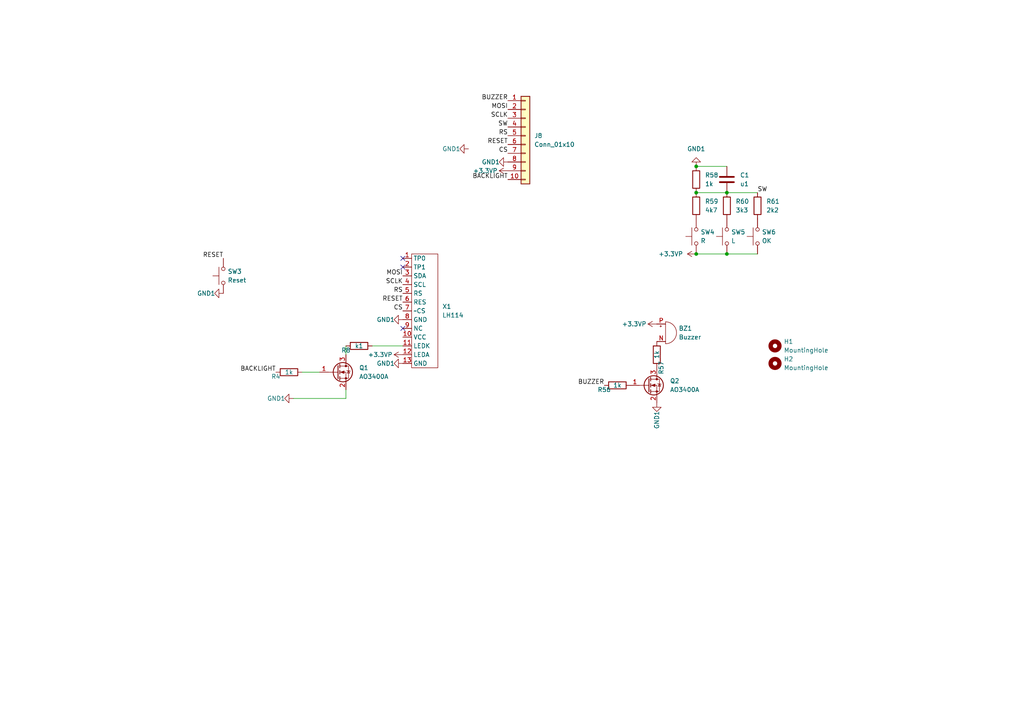
<source format=kicad_sch>
(kicad_sch (version 20211123) (generator eeschema)
  (paper "A4")
  (lib_symbols
    (symbol "Connector_Generic:Conn_01x10" (pin_names (offset 1.016) hide)
      (property "Reference" "J" (at 0 12.7 0))
      (property "Value" "Conn_01x10" (at 0 -15.24 0))
      (symbol "Conn_01x10_1_1"
        (rectangle (start -1.27 -12.573) (end 0 -12.827) (stroke (width 0.1524)))
        (rectangle (start -1.27 -10.033) (end 0 -10.287) (stroke (width 0.1524)))
        (rectangle (start -1.27 -7.493) (end 0 -7.747) (stroke (width 0.1524)))
        (rectangle (start -1.27 -4.953) (end 0 -5.207) (stroke (width 0.1524)))
        (rectangle (start -1.27 -2.413) (end 0 -2.667) (stroke (width 0.1524)))
        (rectangle (start -1.27 0.127) (end 0 -0.127) (stroke (width 0.1524)))
        (rectangle (start -1.27 2.667) (end 0 2.413) (stroke (width 0.1524)))
        (rectangle (start -1.27 5.207) (end 0 4.953) (stroke (width 0.1524)))
        (rectangle (start -1.27 7.747) (end 0 7.493) (stroke (width 0.1524)))
        (rectangle (start -1.27 10.287) (end 0 10.033) (stroke (width 0.1524)))
        (rectangle (start -1.27 11.43) (end 1.27 -13.97) (stroke (width 0.254)) (fill (type background)))
        (pin passive line (at -5.08 10.16 0) (length 3.81) (name "Pin_1") (number "1"))
        (pin passive line (at -5.08 -12.7 0) (length 3.81) (name "Pin_10") (number "10"))
        (pin passive line (at -5.08 7.62 0) (length 3.81) (name "Pin_2") (number "2"))
        (pin passive line (at -5.08 5.08 0) (length 3.81) (name "Pin_3") (number "3"))
        (pin passive line (at -5.08 2.54 0) (length 3.81) (name "Pin_4") (number "4"))
        (pin passive line (at -5.08 0 0) (length 3.81) (name "Pin_5") (number "5"))
        (pin passive line (at -5.08 -2.54 0) (length 3.81) (name "Pin_6") (number "6"))
        (pin passive line (at -5.08 -5.08 0) (length 3.81) (name "Pin_7") (number "7"))
        (pin passive line (at -5.08 -7.62 0) (length 3.81) (name "Pin_8") (number "8"))
        (pin passive line (at -5.08 -10.16 0) (length 3.81) (name "Pin_9") (number "9"))
      )
    )
    (symbol "Device:Buzzer" (pin_names (offset 0.0254) hide)
      (property "Reference" "BZ?" (at 3.81 1.2701 0))
      (property "Value" "Buzzer" (at 3.81 -1.2699 0))
      (symbol "Buzzer_0_1"
        (arc (start 0 -3.175) (mid 3.175 0) (end 0 3.175))
        (polyline (pts (xy -1.651 1.905) (xy -1.143 1.905)))
        (polyline (pts (xy -1.397 2.159) (xy -1.397 1.651)))
        (polyline (pts (xy 0 3.175) (xy 0 -3.175)))
      )
      (symbol "Buzzer_1_1"
        (pin passive line (at -2.54 -2.54 0) (length 2.54) (name "+") (number "N"))
        (pin passive line (at -2.54 2.54 0) (length 2.54) (name "-") (number "P"))
      )
    )
    (symbol "Device:C" (pin_numbers hide) (pin_names (offset 0.254))
      (property "Reference" "C" (at 0.635 2.54 0))
      (property "Value" "C" (at 0.635 -2.54 0))
      (symbol "C_0_1"
        (polyline (pts (xy -2.032 -0.762) (xy 2.032 -0.762)) (stroke (width 0.508)))
        (polyline (pts (xy -2.032 0.762) (xy 2.032 0.762)) (stroke (width 0.508)))
      )
      (symbol "C_1_1"
        (pin passive line (at 0 3.81 270) (length 2.794) (name "~") (number "1"))
        (pin passive line (at 0 -3.81 90) (length 2.794) (name "~") (number "2"))
      )
    )
    (symbol "Device:R" (pin_numbers hide) (pin_names (offset 0))
      (property "Reference" "R" (at 2.032 0 90))
      (property "Value" "R" (at 0 0 90))
      (symbol "R_0_1"
        (rectangle (start -1.016 -2.54) (end 1.016 2.54) (stroke (width 0.254)))
      )
      (symbol "R_1_1"
        (pin passive line (at 0 3.81 270) (length 1.27) (name "~") (number "1"))
        (pin passive line (at 0 -3.81 90) (length 1.27) (name "~") (number "2"))
      )
    )
    (symbol "Mechanical:MountingHole" (pin_names (offset 1.016))
      (property "Reference" "H" (at 0 5.08 0))
      (property "Value" "MountingHole" (at 0 3.175 0))
      (symbol "MountingHole_0_1"
        (circle (center 0 0) (radius 1.27) (stroke (width 1.27)))
      )
    )
    (symbol "Switch:SW_Push" (pin_numbers hide) (pin_names (offset 1.016) hide)
      (property "Reference" "SW" (at 1.27 2.54 0))
      (property "Value" "SW_Push" (at 0 -1.524 0))
      (symbol "SW_Push_0_1"
        (circle (center -2.032 0) (radius 0.508))
        (polyline (pts (xy 0 1.27) (xy 0 3.048)))
        (polyline (pts (xy 2.54 1.27) (xy -2.54 1.27)))
        (circle (center 2.032 0) (radius 0.508))
        (pin passive line (at -5.08 0 0) (length 2.54) (name "1") (number "1"))
        (pin passive line (at 5.08 0 180) (length 2.54) (name "2") (number "2"))
      )
    )
    (symbol "Transistor_FET:AO3400A" (pin_names hide)
      (property "Reference" "Q" (at 5.08 1.905 0))
      (property "Value" "AO3400A" (at 5.08 0 0))
      (symbol "AO3400A_0_1"
        (polyline (pts (xy 0.254 0) (xy -2.54 0)))
        (polyline (pts (xy 0.254 1.905) (xy 0.254 -1.905)) (stroke (width 0.254)))
        (polyline (pts (xy 0.762 -1.27) (xy 0.762 -2.286)) (stroke (width 0.254)))
        (polyline (pts (xy 0.762 0.508) (xy 0.762 -0.508)) (stroke (width 0.254)))
        (polyline (pts (xy 0.762 2.286) (xy 0.762 1.27)) (stroke (width 0.254)))
        (polyline (pts (xy 2.54 2.54) (xy 2.54 1.778)))
        (polyline (pts (xy 2.54 -2.54) (xy 2.54 0) (xy 0.762 0)))
        (polyline (pts (xy 0.762 -1.778) (xy 3.302 -1.778) (xy 3.302 1.778) (xy 0.762 1.778)))
        (polyline (pts (xy 1.016 0) (xy 2.032 0.381) (xy 2.032 -0.381) (xy 1.016 0)) (fill (type outline)))
        (polyline (pts (xy 2.794 0.508) (xy 2.921 0.381) (xy 3.683 0.381) (xy 3.81 0.254)))
        (polyline (pts (xy 3.302 0.381) (xy 2.921 -0.254) (xy 3.683 -0.254) (xy 3.302 0.381)))
        (circle (center 1.651 0) (radius 2.794) (stroke (width 0.254)))
        (circle (center 2.54 -1.778) (radius 0.254) (fill (type outline)))
        (circle (center 2.54 1.778) (radius 0.254) (fill (type outline)))
      )
      (symbol "AO3400A_1_1"
        (pin input line (at -5.08 0 0) (length 2.54) (name "G") (number "1"))
        (pin passive line (at 2.54 -5.08 90) (length 2.54) (name "S") (number "2"))
        (pin passive line (at 2.54 5.08 270) (length 2.54) (name "D") (number "3"))
      )
    )
    (symbol "liebler_OPTO:FP096H01B"
      (property "Reference" "X" (at -1.27 20.32 0))
      (property "Value" "FP096H01B" (at -1.27 17.78 0))
      (symbol "FP096H01B_0_1"
        (rectangle (start -3.81 16.51) (end 3.81 -16.51))
      )
      (symbol "FP096H01B_1_1"
        (pin input line (at -6.35 15.24 0) (length 2.54) (name "TP0") (number "1"))
        (pin power_in line (at -6.35 -7.62 0) (length 2.54) (name "VCC") (number "10"))
        (pin power_in line (at -6.35 -10.16 0) (length 2.54) (name "LEDK") (number "11"))
        (pin power_in line (at -6.35 -12.7 0) (length 2.54) (name "LEDA") (number "12"))
        (pin power_in line (at -6.35 -15.24 0) (length 2.54) (name "GND") (number "13"))
        (pin input line (at -6.35 12.7 0) (length 2.54) (name "TP1") (number "2"))
        (pin input line (at -6.35 10.16 0) (length 2.54) (name "SDA") (number "3"))
        (pin input line (at -6.35 7.62 0) (length 2.54) (name "SCL") (number "4"))
        (pin input line (at -6.35 5.08 0) (length 2.54) (name "RS") (number "5"))
        (pin input line (at -6.35 2.54 0) (length 2.54) (name "RES") (number "6"))
        (pin input line (at -6.35 0 0) (length 2.54) (name "~CS") (number "7"))
        (pin power_in line (at -6.35 -2.54 0) (length 2.54) (name "GND") (number "8"))
        (pin free line (at -6.35 -5.08 0) (length 2.54) (name "NC") (number "9"))
      )
    )
    (symbol "power:+3.3VP" (power) (pin_names (offset 0))
      (property "Value" "+3.3VP" (at 0 2.54 0))
      (symbol "+3.3VP_0_0"
        (pin power_in line (at 0 0 90) (length 0) hide (name "+3.3VP") (number "1"))
      )
      (symbol "+3.3VP_0_1"
        (polyline (pts (xy -0.762 1.27) (xy 0 2.54)))
        (polyline (pts (xy 0 0) (xy 0 2.54)))
        (polyline (pts (xy 0 2.54) (xy 0.762 1.27)))
      )
    )
    (symbol "power:GND1" (power) (pin_names (offset 0))
      (property "Value" "GND1" (at 0 -3.81 0))
      (symbol "GND1_0_1"
        (polyline (pts (xy 0 0) (xy 0 -1.27) (xy 1.27 -1.27) (xy 0 -2.54) (xy -1.27 -1.27) (xy 0 -1.27)))
      )
      (symbol "GND1_1_1"
        (pin power_in line (at 0 0 270) (length 0) hide (name "GND1") (number "1"))
      )
    )
  )
  (junction (at 201.93 48.26))
  (junction (at 210.82 73.66))
  (junction (at 210.82 55.88))
  (junction (at 201.93 55.88))
  (junction (at 201.93 73.66))
  (no_connect (at 116.84 95.25))
  (no_connect (at 116.84 74.93))
  (no_connect (at 116.84 77.47))
  (wire (pts (xy 201.93 55.88) (xy 210.82 55.88)))
  (wire (pts (xy 201.93 73.66) (xy 210.82 73.66)))
  (wire (pts (xy 100.33 102.87) (xy 100.33 100.33)))
  (wire (pts (xy 87.63 107.95) (xy 92.71 107.95)))
  (wire (pts (xy 210.82 55.88) (xy 219.71 55.88)))
  (wire (pts (xy 100.33 113.03) (xy 100.33 115.57)))
  (wire (pts (xy 210.82 73.66) (xy 219.71 73.66)))
  (wire (pts (xy 85.09 115.57) (xy 100.33 115.57)))
  (wire (pts (xy 201.93 48.26) (xy 210.82 48.26)))
  (wire (pts (xy 107.95 100.33) (xy 116.84 100.33)))
  (label "CS" (at 147.32 44.45 180))
  (label "SW" (at 219.71 55.88 0))
  (label "RS" (at 147.32 39.37 180))
  (label "BACKLIGHT" (at 147.32 52.07 180))
  (label "MOSI" (at 116.84 80.01 180))
  (label "SCLK" (at 116.84 82.55 180))
  (label "RS" (at 116.84 85.09 180))
  (label "RESET" (at 116.84 87.63 180))
  (label "MOSI" (at 147.32 31.75 180))
  (label "CS" (at 116.84 90.17 180))
  (label "SCLK" (at 147.32 34.29 180))
  (label "BUZZER" (at 175.26 111.76 180))
  (label "RESET" (at 64.77 74.93 180))
  (label "SW" (at 147.32 36.83 180))
  (label "RESET" (at 147.32 41.91 180))
  (label "BACKLIGHT" (at 80.01 107.95 180))
  (label "BUZZER" (at 147.32 29.21 180))
  (symbol (lib_id "Device:R") (at 210.82 59.69 0) (unit 1)
    (property "Reference" "R60" (at 213.36 58.4199 0) (effects (justify left)))
    (property "Value" "3k3" (at 213.36 60.9599 0) (effects (justify left)))
    (property "Footprint" "Resistor_SMD:R_0402_1005Metric" (effects hide))
  )
  (symbol (lib_id "power:GND1") (at 201.93 48.26 180) (unit 1)
    (property "Reference" "#PWR077" (effects hide))
    (property "Value" "GND1" (at 201.93 43.18 0))
  )
  (symbol (lib_id "Device:R") (at 190.5 102.87 180) (unit 1)
    (property "Reference" "R57" (at 191.77 106.68 90))
    (property "Value" "1k" (at 190.5 102.87 90))
    (property "Footprint" "Resistor_SMD:R_0603_1608Metric" (effects hide))
  )
  (symbol (lib_id "Device:R") (at 219.71 59.69 0) (unit 1)
    (property "Reference" "R61" (at 222.25 58.4199 0) (effects (justify left)))
    (property "Value" "2k2" (at 222.25 60.9599 0) (effects (justify left)))
    (property "Footprint" "Resistor_SMD:R_0402_1005Metric" (effects hide))
  )
  (symbol (lib_id "power:+3.3VP") (at 116.84 102.87 90) (unit 1)
    (property "Reference" "#PWR021" (effects hide))
    (property "Value" "+3.3VP" (at 106.68 102.87 90) (effects (justify right)))
  )
  (symbol (lib_id "power:GND1") (at 85.09 115.57 270) (unit 1)
    (property "Reference" "#PWR012" (effects hide))
    (property "Value" "GND1" (at 77.47 115.57 90) (effects (justify left)))
  )
  (symbol (lib_id "Switch:SW_Push") (at 219.71 68.58 90) (unit 1)
    (property "Reference" "SW6" (at 220.98 67.3099 90) (effects (justify right)))
    (property "Value" "OK" (at 220.98 69.8499 90) (effects (justify right)))
    (property "Footprint" "liebler_MECH:Button_SMD_4,5x4,5" (effects hide))
  )
  (symbol (lib_id "Device:R") (at 104.14 100.33 90) (unit 1)
    (property "Reference" "R8" (at 100.33 101.6 90))
    (property "Value" "k1" (at 104.14 100.33 90))
    (property "Footprint" "Resistor_SMD:R_0603_1608Metric" (effects hide))
  )
  (symbol (lib_id "power:GND1") (at 116.84 105.41 270) (unit 1)
    (property "Reference" "#PWR056" (effects hide))
    (property "Value" "GND1" (at 109.22 105.41 90) (effects (justify left)))
  )
  (symbol (lib_id "power:+3.3VP") (at 201.93 73.66 90) (unit 1)
    (property "Reference" "#PWR078" (effects hide))
    (property "Value" "+3.3VP" (at 198.12 73.6599 90) (effects (justify left)))
  )
  (symbol (lib_id "power:GND1") (at 64.77 85.09 270) (unit 1)
    (property "Reference" "#PWR011" (effects hide))
    (property "Value" "GND1" (at 57.15 85.09 90) (effects (justify left)))
  )
  (symbol (lib_id "liebler_OPTO:FP096H01B") (at 123.19 90.17 0) (unit 1)
    (property "Reference" "X1" (at 128.27 88.8999 0) (effects (justify left)))
    (property "Value" "LH114" (at 128.27 91.4399 0) (effects (justify left)))
    (property "Footprint" "liebler_OPTO:FP-114 13pol" (effects hide))
  )
  (symbol (lib_id "power:GND1") (at 190.5 116.84 0) (unit 1)
    (property "Reference" "#PWR076" (effects hide))
    (property "Value" "GND1" (at 190.5 124.46 90) (effects (justify left)))
  )
  (symbol (lib_id "Switch:SW_Push") (at 210.82 68.58 90) (unit 1)
    (property "Reference" "SW5" (at 212.09 67.3099 90) (effects (justify right)))
    (property "Value" "L" (at 212.09 69.8499 90) (effects (justify right)))
    (property "Footprint" "liebler_MECH:Button_SMD_4,5x4,5" (effects hide))
  )
  (symbol (lib_id "power:GND1") (at 147.32 46.99 270) (unit 1)
    (property "Reference" "#PWR073" (effects hide))
    (property "Value" "GND1" (at 139.7 46.99 90) (effects (justify left)))
  )
  (symbol (lib_id "Device:R") (at 201.93 59.69 0) (unit 1)
    (property "Reference" "R59" (at 204.47 58.4199 0) (effects (justify left)))
    (property "Value" "4k7" (at 204.47 60.9599 0) (effects (justify left)))
    (property "Footprint" "Resistor_SMD:R_0402_1005Metric" (effects hide))
  )
  (symbol (lib_id "Switch:SW_Push") (at 64.77 80.01 90) (mirror x) (unit 1)
    (property "Reference" "SW3" (at 66.04 78.7399 90) (effects (justify right)))
    (property "Value" "Reset" (at 66.04 81.2799 90) (effects (justify right)))
    (property "Footprint" "liebler_MECH:Button_2x4x3,5_handsolder" (effects hide))
  )
  (symbol (lib_id "Device:R") (at 201.93 52.07 0) (unit 1)
    (property "Reference" "R58" (at 204.47 50.7999 0) (effects (justify left)))
    (property "Value" "1k" (at 204.47 53.3399 0) (effects (justify left)))
    (property "Footprint" "Resistor_SMD:R_0402_1005Metric" (effects hide))
  )
  (symbol (lib_id "Connector_Generic:Conn_01x10") (at 152.4 39.37 0) (unit 1)
    (property "Reference" "J8" (at 154.94 39.3699 0) (effects (justify left)))
    (property "Value" "Conn_01x10" (at 154.94 41.9099 0) (effects (justify left)))
    (property "Footprint" "Connector_FFC-FPC:Hirose_FH12-10S-0.5SH_1x10-1MP_P0.50mm_Horizontal" (effects hide))
  )
  (symbol (lib_id "power:GND1") (at 116.84 92.71 270) (unit 1)
    (property "Reference" "#PWR020" (effects hide))
    (property "Value" "GND1" (at 109.22 92.71 90) (effects (justify left)))
  )
  (symbol (lib_id "power:GND1") (at 135.89 43.18 270) (unit 1)
    (property "Reference" "#PWR057" (effects hide))
    (property "Value" "GND1" (at 128.27 43.18 90) (effects (justify left)))
  )
  (symbol (lib_id "Device:R") (at 83.82 107.95 90) (unit 1)
    (property "Reference" "R4" (at 80.01 109.22 90))
    (property "Value" "1k" (at 83.82 107.95 90))
    (property "Footprint" "Resistor_SMD:R_0402_1005Metric" (effects hide))
  )
  (symbol (lib_id "power:+3.3VP") (at 147.32 49.53 90) (unit 1)
    (property "Reference" "#PWR074" (effects hide))
    (property "Value" "+3.3VP" (at 137.16 49.53 90) (effects (justify right)))
  )
  (symbol (lib_id "Mechanical:MountingHole") (at 224.79 105.41 0) (unit 1)
    (property "Reference" "H2" (at 227.33 104.1399 0) (effects (justify left)))
    (property "Value" "MountingHole" (at 227.33 106.6799 0) (effects (justify left)))
    (property "Footprint" "MountingHole:MountingHole_2mm" (effects hide))
  )
  (symbol (lib_id "Transistor_FET:AO3400A") (at 187.96 111.76 0) (unit 1)
    (property "Reference" "Q2" (at 194.31 110.4899 0) (effects (justify left)))
    (property "Value" "AO3400A" (at 194.31 113.0299 0) (effects (justify left)))
    (property "Footprint" "Package_TO_SOT_SMD:SOT-23" (effects hide))
    (property "Datasheet" "http://www.aosmd.com/pdfs/datasheet/AO3400A.pdf" (effects hide))
  )
  (symbol (lib_id "power:+3.3VP") (at 190.5 93.98 90) (unit 1)
    (property "Reference" "#PWR075" (effects hide))
    (property "Value" "+3.3VP" (at 180.34 93.98 90) (effects (justify right)))
  )
  (symbol (lib_id "Device:Buzzer") (at 193.04 96.52 0) (unit 1)
    (property "Reference" "BZ1" (at 196.85 95.2499 0) (effects (justify left)))
    (property "Value" "Buzzer" (at 196.85 97.7899 0) (effects (justify left)))
    (property "Footprint" "liebler_MECH:XDCR_CMT-7525-80-SMT-TR" (effects hide))
  )
  (symbol (lib_id "Mechanical:MountingHole") (at 224.79 100.33 0) (unit 1)
    (property "Reference" "H1" (at 227.33 99.0599 0) (effects (justify left)))
    (property "Value" "MountingHole" (at 227.33 101.5999 0) (effects (justify left)))
    (property "Footprint" "MountingHole:MountingHole_2mm" (effects hide))
  )
  (symbol (lib_id "Switch:SW_Push") (at 201.93 68.58 90) (unit 1)
    (property "Reference" "SW4" (at 203.2 67.3099 90) (effects (justify right)))
    (property "Value" "R" (at 203.2 69.8499 90) (effects (justify right)))
    (property "Footprint" "liebler_MECH:Button_SMD_4,5x4,5" (effects hide))
  )
  (symbol (lib_id "Transistor_FET:AO3400A") (at 97.79 107.95 0) (unit 1)
    (property "Reference" "Q1" (at 104.14 106.6799 0) (effects (justify left)))
    (property "Value" "AO3400A" (at 104.14 109.2199 0) (effects (justify left)))
    (property "Footprint" "Package_TO_SOT_SMD:SOT-23" (effects hide))
    (property "Datasheet" "http://www.aosmd.com/pdfs/datasheet/AO3400A.pdf" (effects hide))
  )
  (symbol (lib_id "Device:R") (at 179.07 111.76 90) (unit 1)
    (property "Reference" "R56" (at 175.26 113.03 90))
    (property "Value" "1k" (at 179.07 111.76 90))
    (property "Footprint" "Resistor_SMD:R_0402_1005Metric" (effects hide))
  )
  (symbol (lib_id "Device:C") (at 210.82 52.07 0) (unit 1)
    (property "Reference" "C1" (at 214.63 50.7999 0) (effects (justify left)))
    (property "Value" "u1" (at 214.63 53.3399 0) (effects (justify left)))
    (property "Footprint" "Capacitor_SMD:C_0402_1005Metric" (effects hide))
  )
)
</source>
